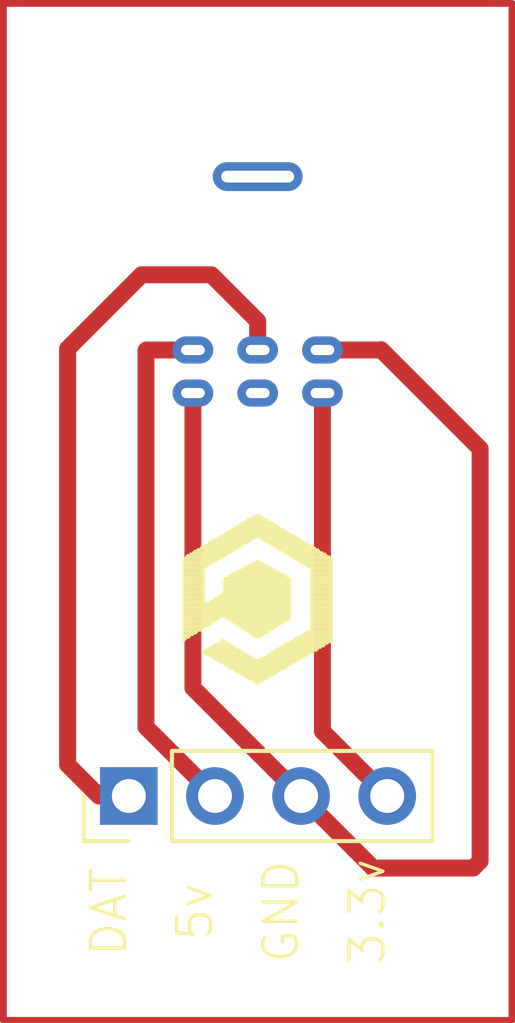
<source format=kicad_pcb>
(kicad_pcb (version 20240108) (generator "pcbnew") (generator_version "8.0")
  (layers (0 "F.Cu" signal) (31 "B.Cu" signal) (34 "B.Paste" user) (35 "F.Paste" user) (36 "B.SilkS" user "B.Silkscreen") (37 "F.SilkS" user "F.Silkscreen") (38 "B.Mask" user) (39 "F.Mask" user) (44 "Edge.Cuts" user))
  (net 0 "")
  (footprint "" (layer "F.Cu") (at 140.6886 74.98942 180)
    (property "Reference" "" (at 0 0 180) (layer "F.SilkS") (effects (font (size 1.27 1.27))))
    (property "Value" "")
    (pad "1" thru_hole oval (at 0 0 180) (size 1.2 0.8) (drill oval 0.7 0.3) (layers "*.Cu" "*.Mask"))
  )
  (footprint "" (layer "F.Cu") (at 136.8686 76.25942 180)
    (property "Reference" "" (at 0 0 180) (layer "F.SilkS") (effects (font (size 1.27 1.27))))
    (property "Value" "")
    (pad "1" thru_hole oval (at 0 0 180) (size 1.2 0.8) (drill oval 0.7 0.3) (layers "*.Cu" "*.Mask"))
  )
  (footprint "Connector_PinHeader_2.54mm:PinHeader_1x04_P2.54mm_Vertical" (layer "F.Cu") (at 134.9786 88.14662 90)
    (property "Reference" "REF**" (hide yes))
    (property "Value" "PinHeader_1x04_P2.54mm_Vertical" (hide yes))
    (fp_line (start -1.33 -1.33) (end 0 -1.33) (stroke (width 0.12)) (layer "F.SilkS"))
    (fp_line (start -1.33 0) (end -1.33 -1.33) (stroke (width 0.12)) (layer "F.SilkS"))
    (fp_line (start 1.33 1.27) (end 1.33 8.95) (stroke (width 0.12)) (layer "F.SilkS"))
    (fp_line (start -1.33 1.27) (end 1.33 1.27) (stroke (width 0.12)) (layer "F.SilkS"))
    (fp_line (start -1.33 1.27) (end -1.33 8.95) (stroke (width 0.12)) (layer "F.SilkS"))
    (fp_line (start -1.33 8.95) (end 1.33 8.95) (stroke (width 0.12)) (layer "F.SilkS"))
    (pad "1" thru_hole rect (at 0 0 90) (size 1.7 1.7) (drill 1) (layers "*.Cu" "*.Mask"))
    (pad "2" thru_hole oval (at 0 2.54 90) (size 1.7 1.7) (drill 1) (layers "*.Cu" "*.Mask"))
    (pad "3" thru_hole oval (at 0 5.08 90) (size 1.7 1.7) (drill 1) (layers "*.Cu" "*.Mask"))
    (pad "4" thru_hole oval (at 0 7.62 90) (size 1.7 1.7) (drill 1) (layers "*.Cu" "*.Mask"))
  )
  (footprint "" (layer "F.Cu") (at 138.7786 76.25942 180)
    (property "Reference" "" (at 0 0 180) (layer "F.SilkS") (effects (font (size 1.27 1.27))))
    (property "Value" "")
    (pad "1" thru_hole oval (at 0 0 180) (size 1.2 0.8) (drill oval 0.7 0.3) (layers "*.Cu" "*.Mask"))
  )
  (footprint "" (layer "F.Cu") (at 138.7786 69.87442 180)
    (property "Reference" "" (at 0 0 180) (layer "F.SilkS") (effects (font (size 1.27 1.27))))
    (property "Value" "")
    (pad "1" thru_hole oval (at 0 0 180) (size 2.65 0.85) (drill oval 2.15 0.35) (layers "*.Cu" "*.Mask"))
  )
  (footprint "" (layer "F.Cu") (at 138.7786 74.98942 180)
    (property "Reference" "" (at 0 0 180) (layer "F.SilkS") (effects (font (size 1.27 1.27))))
    (property "Value" "")
    (pad "1" thru_hole oval (at 0 0 180) (size 1.2 0.8) (drill oval 0.7 0.3) (layers "*.Cu" "*.Mask"))
  )
  (footprint "" (layer "F.Cu") (at 136.8686 74.98942 180)
    (property "Reference" "" (at 0 0 180) (layer "F.SilkS") (effects (font (size 1.27 1.27))))
    (property "Value" "")
    (pad "1" thru_hole oval (at 0 0 180) (size 1.2 0.8) (drill oval 0.7 0.3) (layers "*.Cu" "*.Mask"))
  )
  (footprint "" (layer "F.Cu") (at 140.6886 76.25942 180)
    (property "Reference" "" (at 0 0 180) (layer "F.SilkS") (effects (font (size 1.27 1.27))))
    (property "Value" "")
    (pad "1" thru_hole oval (at 0 0 180) (size 1.2 0.8) (drill oval 0.7 0.3) (layers "*.Cu" "*.Mask"))
  )
  (gr_rect (start 131.2786 64.76462) (end 146.2786 94.76462) (stroke (width 0.2)) (fill none) (layer "F.Cu"))
  (gr_poly (pts (xy 136.5561 82.78722) (xy 139.77428 82.78722) (xy 139.77428 82.82964) (xy 136.5561 82.82964)) (fill solid) (layer "F.SilkS"))
  (gr_poly (pts (xy 137.5721 83.59177) (xy 137.91246 83.59177) (xy 137.91246 83.63393) (xy 137.5721 83.63393)) (fill solid) (layer "F.SilkS"))
  (gr_poly (pts (xy 137.0641 80.79777) (xy 138.29346 80.79777) (xy 138.29346 80.83993) (xy 137.0641 80.83993)) (fill solid) (layer "F.SilkS"))
  (gr_poly (pts (xy 139.13928 83.88781) (xy 140.45246 83.88781) (xy 140.45246 83.93023) (xy 139.13928 83.93023)) (fill solid) (layer "F.SilkS"))
  (gr_poly (pts (xy 137.40446 80.58581) (xy 138.63128 80.58581) (xy 138.63128 80.62823) (xy 137.40446 80.62823)) (fill solid) (layer "F.SilkS"))
  (gr_poly (pts (xy 137.61528 84.18422) (xy 139.94446 84.18422) (xy 139.94446 84.22664) (xy 137.61528 84.22664)) (fill solid) (layer "F.SilkS"))
  (gr_poly (pts (xy 137.99628 80.24722) (xy 139.56346 80.24722) (xy 139.56346 80.28964) (xy 137.99628 80.28964)) (fill solid) (layer "F.SilkS"))
  (gr_poly (pts (xy 140.32546 82.23681) (xy 141.0011 82.23681) (xy 141.0011 82.27923) (xy 140.32546 82.27923)) (fill solid) (layer "F.SilkS"))
  (gr_poly (pts (xy 137.5721 80.50122) (xy 139.9851 80.50122) (xy 139.9851 80.54364) (xy 137.5721 80.54364)) (fill solid) (layer "F.SilkS"))
  (gr_poly (pts (xy 137.23428 83.80322) (xy 138.29346 83.80322) (xy 138.29346 83.84564) (xy 137.23428 83.84564)) (fill solid) (layer "F.SilkS"))
  (gr_poly (pts (xy 136.5561 82.95677) (xy 137.61528 82.95677) (xy 137.61528 82.99893) (xy 136.5561 82.99893)) (fill solid) (layer "F.SilkS"))
  (gr_poly (pts (xy 137.23428 83.97277) (xy 138.54746 83.97277) (xy 138.54746 84.01493) (xy 137.23428 84.01493)) (fill solid) (layer "F.SilkS"))
  (gr_poly (pts (xy 138.67446 84.77681) (xy 138.88528 84.77681) (xy 138.88528 84.81923) (xy 138.67446 84.81923)) (fill solid) (layer "F.SilkS"))
  (gr_poly (pts (xy 136.5561 81.13622) (xy 137.6991 81.13622) (xy 137.6991 81.17864) (xy 136.5561 81.17864)) (fill solid) (layer "F.SilkS"))
  (gr_poly (pts (xy 140.32546 82.82977) (xy 141.0011 82.82977) (xy 141.0011 82.87193) (xy 140.32546 82.87193)) (fill solid) (layer "F.SilkS"))
  (gr_poly (pts (xy 137.8261 84.31122) (xy 139.69046 84.31122) (xy 139.69046 84.35364) (xy 137.8261 84.35364)) (fill solid) (layer "F.SilkS"))
  (gr_poly (pts (xy 136.5561 82.44877) (xy 139.77428 82.44877) (xy 139.77428 82.49093) (xy 136.5561 82.49093)) (fill solid) (layer "F.SilkS"))
  (gr_poly (pts (xy 140.32546 81.72881) (xy 141.0011 81.72881) (xy 141.0011 81.77123) (xy 140.32546 81.77123)) (fill solid) (layer "F.SilkS"))
  (gr_poly (pts (xy 140.32546 81.98281) (xy 141.0011 81.98281) (xy 141.0011 82.02523) (xy 140.32546 82.02523)) (fill solid) (layer "F.SilkS"))
  (gr_poly (pts (xy 137.1911 83.93022) (xy 138.50428 83.93022) (xy 138.50428 83.97264) (xy 137.1911 83.97264)) (fill solid) (layer "F.SilkS"))
  (gr_poly (pts (xy 140.32546 81.43277) (xy 141.0011 81.43277) (xy 141.0011 81.47493) (xy 140.32546 81.47493)) (fill solid) (layer "F.SilkS"))
  (gr_poly (pts (xy 136.5561 82.36381) (xy 137.23428 82.36381) (xy 137.23428 82.40623) (xy 136.5561 82.40623)) (fill solid) (layer "F.SilkS"))
  (gr_poly (pts (xy 136.5561 81.22081) (xy 137.5721 81.22081) (xy 137.5721 81.26323) (xy 136.5561 81.26323)) (fill solid) (layer "F.SilkS"))
  (gr_poly (pts (xy 138.2071 80.12022) (xy 139.3501 80.12022) (xy 139.3501 80.16264) (xy 138.2071 80.16264)) (fill solid) (layer "F.SilkS"))
  (gr_poly (pts (xy 137.74228 81.98281) (xy 139.77428 81.98281) (xy 139.77428 82.02523) (xy 137.74228 82.02523)) (fill solid) (layer "F.SilkS"))
  (gr_poly (pts (xy 138.25028 81.43277) (xy 139.30946 81.43277) (xy 139.30946 81.47493) (xy 138.25028 81.47493)) (fill solid) (layer "F.SilkS"))
  (gr_poly (pts (xy 137.27746 82.40622) (xy 139.77428 82.40622) (xy 139.77428 82.44864) (xy 137.27746 82.44864)) (fill solid) (layer "F.SilkS"))
  (gr_poly (pts (xy 137.10728 80.75522) (xy 138.3341 80.75522) (xy 138.3341 80.79764) (xy 137.10728 80.79764)) (fill solid) (layer "F.SilkS"))
  (gr_poly (pts (xy 140.32546 81.85581) (xy 141.0011 81.85581) (xy 141.0011 81.89823) (xy 140.32546 81.89823)) (fill solid) (layer "F.SilkS"))
  (gr_poly (pts (xy 136.5561 81.17877) (xy 137.61528 81.17877) (xy 137.61528 81.22093) (xy 136.5561 81.22093)) (fill solid) (layer "F.SilkS"))
  (gr_poly (pts (xy 138.37728 83.25281) (xy 139.18246 83.25281) (xy 139.18246 83.29523) (xy 138.37728 83.29523)) (fill solid) (layer "F.SilkS"))
  (gr_poly (pts (xy 137.6991 80.41677) (xy 139.8581 80.41677) (xy 139.8581 80.45893) (xy 137.6991 80.45893)) (fill solid) (layer "F.SilkS"))
  (gr_poly (pts (xy 139.81746 83.50681) (xy 141.0011 83.50681) (xy 141.0011 83.54923) (xy 139.81746 83.54923)) (fill solid) (layer "F.SilkS"))
  (gr_poly (pts (xy 138.25028 80.07781) (xy 139.26628 80.07781) (xy 139.26628 80.12023) (xy 138.25028 80.12023)) (fill solid) (layer "F.SilkS"))
  (gr_poly (pts (xy 136.5561 82.06777) (xy 137.23428 82.06777) (xy 137.23428 82.10993) (xy 136.5561 82.10993)) (fill solid) (layer "F.SilkS"))
  (gr_poly (pts (xy 136.5561 81.60181) (xy 137.23428 81.60181) (xy 137.23428 81.64423) (xy 136.5561 81.64423)) (fill solid) (layer "F.SilkS"))
  (gr_poly (pts (xy 136.5561 81.98281) (xy 137.23428 81.98281) (xy 137.23428 82.02523) (xy 136.5561 82.02523)) (fill solid) (layer "F.SilkS"))
  (gr_poly (pts (xy 137.99628 82.99881) (xy 139.6041 82.99881) (xy 139.6041 83.04123) (xy 137.99628 83.04123)) (fill solid) (layer "F.SilkS"))
  (gr_poly (pts (xy 136.5561 81.39022) (xy 137.27746 81.39022) (xy 137.27746 81.43264) (xy 136.5561 81.43264)) (fill solid) (layer "F.SilkS"))
  (gr_poly (pts (xy 137.91246 82.95677) (xy 139.69046 82.95677) (xy 139.69046 82.99893) (xy 137.91246 82.99893)) (fill solid) (layer "F.SilkS"))
  (gr_poly (pts (xy 138.54746 81.26322) (xy 138.9691 81.26322) (xy 138.9691 81.30564) (xy 138.54746 81.30564)) (fill solid) (layer "F.SilkS"))
  (gr_poly (pts (xy 136.5561 83.33777) (xy 136.98028 83.33777) (xy 136.98028 83.37993) (xy 136.5561 83.37993)) (fill solid) (layer "F.SilkS"))
  (gr_poly (pts (xy 138.7151 81.17877) (xy 138.8421 81.17877) (xy 138.8421 81.22093) (xy 138.7151 81.22093)) (fill solid) (layer "F.SilkS"))
  (gr_poly (pts (xy 138.42046 79.99322) (xy 139.13928 79.99322) (xy 139.13928 80.03564) (xy 138.42046 80.03564)) (fill solid) (layer "F.SilkS"))
  (gr_poly (pts (xy 136.5561 82.57577) (xy 139.77428 82.57577) (xy 139.77428 82.61793) (xy 136.5561 82.61793)) (fill solid) (layer "F.SilkS"))
  (gr_poly (pts (xy 136.5561 82.66022) (xy 139.77428 82.66022) (xy 139.77428 82.70264) (xy 136.5561 82.70264)) (fill solid) (layer "F.SilkS"))
  (gr_poly (pts (xy 139.01228 83.97277) (xy 140.28228 83.97277) (xy 140.28228 84.01493) (xy 139.01228 84.01493)) (fill solid) (layer "F.SilkS"))
  (gr_poly (pts (xy 138.50428 83.33777) (xy 139.05546 83.33777) (xy 139.05546 83.37993) (xy 138.50428 83.37993)) (fill solid) (layer "F.SilkS"))
  (gr_poly (pts (xy 139.26628 83.80322) (xy 140.57946 83.80322) (xy 140.57946 83.84564) (xy 139.26628 83.84564)) (fill solid) (layer "F.SilkS"))
  (gr_poly (pts (xy 136.5561 83.54922) (xy 136.64246 83.54922) (xy 136.64246 83.59164) (xy 136.5561 83.59164)) (fill solid) (layer "F.SilkS"))
  (gr_poly (pts (xy 136.5561 81.26322) (xy 137.48828 81.26322) (xy 137.48828 81.30564) (xy 136.5561 81.30564)) (fill solid) (layer "F.SilkS"))
  (gr_poly (pts (xy 140.02828 81.26322) (xy 141.0011 81.26322) (xy 141.0011 81.30564) (xy 140.02828 81.30564)) (fill solid) (layer "F.SilkS"))
  (gr_poly (pts (xy 136.85328 80.92477) (xy 138.0801 80.92477) (xy 138.0801 80.96693) (xy 136.85328 80.96693)) (fill solid) (layer "F.SilkS"))
  (gr_poly (pts (xy 139.0961 80.71281) (xy 140.3661 80.71281) (xy 140.3661 80.75523) (xy 139.0961 80.75523)) (fill solid) (layer "F.SilkS"))
  (gr_poly (pts (xy 138.3341 80.03577) (xy 139.2231 80.03577) (xy 139.2231 80.07793) (xy 138.3341 80.07793)) (fill solid) (layer "F.SilkS"))
  (gr_poly (pts (xy 137.53146 84.14181) (xy 139.9851 84.14181) (xy 139.9851 84.18423) (xy 137.53146 84.18423)) (fill solid) (layer "F.SilkS"))
  (gr_poly (pts (xy 137.40446 84.05722) (xy 138.7151 84.05722) (xy 138.7151 84.09964) (xy 137.40446 84.09964)) (fill solid) (layer "F.SilkS"))
  (gr_poly (pts (xy 139.05546 80.67077) (xy 140.28228 80.67077) (xy 140.28228 80.71293) (xy 139.05546 80.71293)) (fill solid) (layer "F.SilkS"))
  (gr_poly (pts (xy 136.5561 81.47481) (xy 137.23428 81.47481) (xy 137.23428 81.51723) (xy 136.5561 81.51723)) (fill solid) (layer "F.SilkS"))
  (gr_poly (pts (xy 140.32546 81.68677) (xy 141.0011 81.68677) (xy 141.0011 81.72893) (xy 140.32546 81.72893)) (fill solid) (layer "F.SilkS"))
  (gr_poly (pts (xy 138.42046 84.64981) (xy 139.0961 84.64981) (xy 139.0961 84.69223) (xy 138.42046 84.69223)) (fill solid) (layer "F.SilkS"))
  (gr_poly (pts (xy 136.5561 81.09381) (xy 137.78546 81.09381) (xy 137.78546 81.13623) (xy 136.5561 81.13623)) (fill solid) (layer "F.SilkS"))
  (gr_poly (pts (xy 140.32546 82.87181) (xy 141.0011 82.87181) (xy 141.0011 82.91423) (xy 140.32546 82.91423)) (fill solid) (layer "F.SilkS"))
  (gr_poly (pts (xy 136.5561 83.12581) (xy 137.3181 83.12581) (xy 137.3181 83.16823) (xy 136.5561 83.16823)) (fill solid) (layer "F.SilkS"))
  (gr_poly (pts (xy 137.91246 80.28977) (xy 139.64728 80.28977) (xy 139.64728 80.33193) (xy 137.91246 80.33193)) (fill solid) (layer "F.SilkS"))
  (gr_poly (pts (xy 136.89646 80.88222) (xy 138.12328 80.88222) (xy 138.12328 80.92464) (xy 136.89646 80.92464)) (fill solid) (layer "F.SilkS"))
  (gr_poly (pts (xy 137.6991 82.15222) (xy 139.77428 82.15222) (xy 139.77428 82.19464) (xy 137.6991 82.19464)) (fill solid) (layer "F.SilkS"))
  (gr_poly (pts (xy 138.5881 84.73477) (xy 138.9691 84.73477) (xy 138.9691 84.77693) (xy 138.5881 84.77693)) (fill solid) (layer "F.SilkS"))
  (gr_poly (pts (xy 137.74228 81.94077) (xy 139.77428 81.94077) (xy 139.77428 81.98293) (xy 137.74228 81.98293)) (fill solid) (layer "F.SilkS"))
  (gr_poly (pts (xy 140.1121 83.33777) (xy 141.0011 83.33777) (xy 141.0011 83.37993) (xy 140.1121 83.37993)) (fill solid) (layer "F.SilkS"))
  (gr_poly (pts (xy 136.5561 82.87181) (xy 137.74228 82.87181) (xy 137.74228 82.91423) (xy 136.5561 82.91423)) (fill solid) (layer "F.SilkS"))
  (gr_poly (pts (xy 138.63128 83.42222) (xy 138.92846 83.42222) (xy 138.92846 83.46464) (xy 138.63128 83.46464)) (fill solid) (layer "F.SilkS"))
  (gr_poly (pts (xy 136.5561 82.02522) (xy 137.23428 82.02522) (xy 137.23428 82.06764) (xy 136.5561 82.06764)) (fill solid) (layer "F.SilkS"))
  (gr_poly (pts (xy 140.32546 82.32177) (xy 141.0011 82.32177) (xy 141.0011 82.36393) (xy 140.32546 82.36393)) (fill solid) (layer "F.SilkS"))
  (gr_poly (pts (xy 136.5561 83.04122) (xy 137.4451 83.04122) (xy 137.4451 83.08364) (xy 136.5561 83.08364)) (fill solid) (layer "F.SilkS"))
  (gr_poly (pts (xy 140.32546 82.40622) (xy 141.0011 82.40622) (xy 141.0011 82.44864) (xy 140.32546 82.44864)) (fill solid) (layer "F.SilkS"))
  (gr_poly (pts (xy 138.50428 84.69222) (xy 139.05546 84.69222) (xy 139.05546 84.73464) (xy 138.50428 84.73464)) (fill solid) (layer "F.SilkS"))
  (gr_poly (pts (xy 137.48828 83.63381) (xy 137.99628 83.63381) (xy 137.99628 83.67623) (xy 137.48828 83.67623)) (fill solid) (layer "F.SilkS"))
  (gr_poly (pts (xy 136.5561 82.99881) (xy 137.53146 82.99881) (xy 137.53146 83.04123) (xy 136.5561 83.04123)) (fill solid) (layer "F.SilkS"))
  (gr_poly (pts (xy 138.88528 80.58581) (xy 140.1121 80.58581) (xy 140.1121 80.62823) (xy 138.88528 80.62823)) (fill solid) (layer "F.SilkS"))
  (gr_poly (pts (xy 137.61528 80.45881) (xy 139.94446 80.45881) (xy 139.94446 80.50123) (xy 137.61528 80.50123)) (fill solid) (layer "F.SilkS"))
  (gr_poly (pts (xy 137.8261 82.91422) (xy 139.7311 82.91422) (xy 139.7311 82.95664) (xy 137.8261 82.95664)) (fill solid) (layer "F.SilkS"))
  (gr_poly (pts (xy 139.8581 83.46477) (xy 141.0011 83.46477) (xy 141.0011 83.50693) (xy 139.8581 83.50693)) (fill solid) (layer "F.SilkS"))
  (gr_poly (pts (xy 139.6041 81.00922) (xy 140.83346 81.00922) (xy 140.83346 81.05164) (xy 139.6041 81.05164)) (fill solid) (layer "F.SilkS"))
  (gr_poly (pts (xy 137.74228 81.77122) (xy 139.77428 81.77122) (xy 139.77428 81.81364) (xy 137.74228 81.81364)) (fill solid) (layer "F.SilkS"))
  (gr_poly (pts (xy 137.48828 84.09977) (xy 140.07146 84.09977) (xy 140.07146 84.14193) (xy 137.48828 84.14193)) (fill solid) (layer "F.SilkS"))
  (gr_poly (pts (xy 136.5561 81.55977) (xy 137.23428 81.55977) (xy 137.23428 81.60193) (xy 136.5561 81.60193)) (fill solid) (layer "F.SilkS"))
  (gr_poly (pts (xy 137.4451 82.32177) (xy 139.77428 82.32177) (xy 139.77428 82.36393) (xy 137.4451 82.36393)) (fill solid) (layer "F.SilkS"))
  (gr_poly (pts (xy 137.74228 81.72881) (xy 139.77428 81.72881) (xy 139.77428 81.77123) (xy 137.74228 81.77123)) (fill solid) (layer "F.SilkS"))
  (gr_poly (pts (xy 140.32546 82.02522) (xy 141.0011 82.02522) (xy 141.0011 82.06764) (xy 140.32546 82.06764)) (fill solid) (layer "F.SilkS"))
  (gr_poly (pts (xy 137.74228 81.89822) (xy 139.77428 81.89822) (xy 139.77428 81.94064) (xy 137.74228 81.94064)) (fill solid) (layer "F.SilkS"))
  (gr_poly (pts (xy 140.32546 82.10981) (xy 141.0011 82.10981) (xy 141.0011 82.15223) (xy 140.32546 82.15223)) (fill solid) (layer "F.SilkS"))
  (gr_poly (pts (xy 138.29346 84.56522) (xy 139.26628 84.56522) (xy 139.26628 84.60764) (xy 138.29346 84.60764)) (fill solid) (layer "F.SilkS"))
  (gr_poly (pts (xy 136.5561 82.74481) (xy 139.77428 82.74481) (xy 139.77428 82.78723) (xy 136.5561 82.78723)) (fill solid) (layer "F.SilkS"))
  (gr_poly (pts (xy 139.64728 83.59177) (xy 140.96046 83.59177) (xy 140.96046 83.63393) (xy 139.64728 83.63393)) (fill solid) (layer "F.SilkS"))
  (gr_poly (pts (xy 137.15046 83.84577) (xy 138.3341 83.84577) (xy 138.3341 83.88793) (xy 137.15046 83.88793)) (fill solid) (layer "F.SilkS"))
  (gr_poly (pts (xy 138.29346 83.21077) (xy 139.26628 83.21077) (xy 139.26628 83.25293) (xy 138.29346 83.25293)) (fill solid) (layer "F.SilkS"))
  (gr_poly (pts (xy 140.32546 82.44877) (xy 141.0011 82.44877) (xy 141.0011 82.49093) (xy 140.32546 82.49093)) (fill solid) (layer "F.SilkS"))
  (gr_poly (pts (xy 139.3501 83.76081) (xy 140.66328 83.76081) (xy 140.66328 83.80323) (xy 139.3501 83.80323)) (fill solid) (layer "F.SilkS"))
  (gr_poly (pts (xy 140.32546 83.12581) (xy 141.0011 83.12581) (xy 141.0011 83.16823) (xy 140.32546 83.16823)) (fill solid) (layer "F.SilkS"))
  (gr_poly (pts (xy 138.54746 79.90877) (xy 138.9691 79.90877) (xy 138.9691 79.95093) (xy 138.54746 79.95093)) (fill solid) (layer "F.SilkS"))
  (gr_poly (pts (xy 137.48828 82.27922) (xy 139.77428 82.27922) (xy 139.77428 82.32164) (xy 137.48828 82.32164)) (fill solid) (layer "F.SilkS"))
  (gr_poly (pts (xy 139.3501 80.83981) (xy 140.57946 80.83981) (xy 140.57946 80.88223) (xy 139.3501 80.88223)) (fill solid) (layer "F.SilkS"))
  (gr_poly (pts (xy 138.0801 81.51722) (xy 139.43646 81.51722) (xy 139.43646 81.55964) (xy 138.0801 81.55964)) (fill solid) (layer "F.SilkS"))
  (gr_poly (pts (xy 136.5561 81.85581) (xy 137.23428 81.85581) (xy 137.23428 81.89823) (xy 136.5561 81.89823)) (fill solid) (layer "F.SilkS"))
  (gr_poly (pts (xy 137.10728 83.88781) (xy 138.42046 83.88781) (xy 138.42046 83.93023) (xy 137.10728 83.93023)) (fill solid) (layer "F.SilkS"))
  (gr_poly (pts (xy 137.78546 80.37422) (xy 139.77428 80.37422) (xy 139.77428 80.41664) (xy 137.78546 80.41664)) (fill solid) (layer "F.SilkS"))
  (gr_poly (pts (xy 138.2071 84.52281) (xy 139.3501 84.52281) (xy 139.3501 84.56523) (xy 138.2071 84.56523)) (fill solid) (layer "F.SilkS"))
  (gr_poly (pts (xy 140.1121 81.30577) (xy 141.0011 81.30577) (xy 141.0011 81.34793) (xy 140.1121 81.34793)) (fill solid) (layer "F.SilkS"))
  (gr_poly (pts (xy 136.5561 81.68677) (xy 137.23428 81.68677) (xy 137.23428 81.72893) (xy 136.5561 81.72893)) (fill solid) (layer "F.SilkS"))
  (gr_poly (pts (xy 138.03946 80.20481) (xy 139.4771 80.20481) (xy 139.4771 80.24723) (xy 138.03946 80.24723)) (fill solid) (layer "F.SilkS"))
  (gr_poly (pts (xy 136.5561 82.70277) (xy 139.77428 82.70277) (xy 139.77428 82.74493) (xy 136.5561 82.74493)) (fill solid) (layer "F.SilkS"))
  (gr_poly (pts (xy 138.12328 83.08377) (xy 139.4771 83.08377) (xy 139.4771 83.12593) (xy 138.12328 83.12593)) (fill solid) (layer "F.SilkS"))
  (gr_poly (pts (xy 136.5561 82.91422) (xy 137.65846 82.91422) (xy 137.65846 82.95664) (xy 136.5561 82.95664)) (fill solid) (layer "F.SilkS"))
  (gr_poly (pts (xy 136.5561 82.32177) (xy 137.23428 82.32177) (xy 137.23428 82.36393) (xy 136.5561 82.36393)) (fill solid) (layer "F.SilkS"))
  (gr_poly (pts (xy 139.69046 81.05177) (xy 140.91728 81.05177) (xy 140.91728 81.09393) (xy 139.69046 81.09393)) (fill solid) (layer "F.SilkS"))
  (gr_poly (pts (xy 136.5561 83.46477) (xy 136.76946 83.46477) (xy 136.76946 83.50693) (xy 136.5561 83.50693)) (fill solid) (layer "F.SilkS"))
  (gr_poly (pts (xy 138.4611 79.95081) (xy 139.05546 79.95081) (xy 139.05546 79.99323) (xy 138.4611 79.99323)) (fill solid) (layer "F.SilkS"))
  (gr_poly (pts (xy 139.81746 81.13622) (xy 141.0011 81.13622) (xy 141.0011 81.17864) (xy 139.81746 81.17864)) (fill solid) (layer "F.SilkS"))
  (gr_poly (pts (xy 138.03946 83.04122) (xy 139.52028 83.04122) (xy 139.52028 83.08364) (xy 138.03946 83.08364)) (fill solid) (layer "F.SilkS"))
  (gr_poly (pts (xy 138.9691 80.62822) (xy 140.19846 80.62822) (xy 140.19846 80.67064) (xy 138.9691 80.67064)) (fill solid) (layer "F.SilkS"))
  (gr_poly (pts (xy 140.32546 83.21077) (xy 141.0011 83.21077) (xy 141.0011 83.25293) (xy 140.32546 83.25293)) (fill solid) (layer "F.SilkS"))
  (gr_poly (pts (xy 139.52028 83.67622) (xy 140.79028 83.67622) (xy 140.79028 83.71864) (xy 139.52028 83.71864)) (fill solid) (layer "F.SilkS"))
  (gr_poly (pts (xy 140.32546 82.78722) (xy 141.0011 82.78722) (xy 141.0011 82.82964) (xy 140.32546 82.82964)) (fill solid) (layer "F.SilkS"))
  (gr_poly (pts (xy 136.5561 81.94077) (xy 137.23428 81.94077) (xy 137.23428 81.98293) (xy 136.5561 81.98293)) (fill solid) (layer "F.SilkS"))
  (gr_poly (pts (xy 140.02828 83.37981) (xy 141.0011 83.37981) (xy 141.0011 83.42223) (xy 140.02828 83.42223)) (fill solid) (layer "F.SilkS"))
  (gr_poly (pts (xy 136.5561 81.72881) (xy 137.23428 81.72881) (xy 137.23428 81.77123) (xy 136.5561 81.77123)) (fill solid) (layer "F.SilkS"))
  (gr_poly (pts (xy 139.56346 83.63381) (xy 140.8741 83.63381) (xy 140.8741 83.67623) (xy 139.56346 83.67623)) (fill solid) (layer "F.SilkS"))
  (gr_poly (pts (xy 139.77428 81.09381) (xy 141.0011 81.09381) (xy 141.0011 81.13623) (xy 139.77428 81.13623)) (fill solid) (layer "F.SilkS"))
  (gr_poly (pts (xy 139.90128 81.17877) (xy 141.0011 81.17877) (xy 141.0011 81.22093) (xy 139.90128 81.22093)) (fill solid) (layer "F.SilkS"))
  (gr_poly (pts (xy 138.37728 81.34781) (xy 139.13928 81.34781) (xy 139.13928 81.39023) (xy 138.37728 81.39023)) (fill solid) (layer "F.SilkS"))
  (gr_poly (pts (xy 140.32546 83.16822) (xy 141.0011 83.16822) (xy 141.0011 83.21064) (xy 140.32546 83.21064)) (fill solid) (layer "F.SilkS"))
  (gr_poly (pts (xy 137.3181 80.62822) (xy 138.5881 80.62822) (xy 138.5881 80.67064) (xy 137.3181 80.67064)) (fill solid) (layer "F.SilkS"))
  (gr_poly (pts (xy 137.27746 83.76081) (xy 138.2071 83.76081) (xy 138.2071 83.80323) (xy 137.27746 83.80323)) (fill solid) (layer "F.SilkS"))
  (gr_poly (pts (xy 140.32546 81.51722) (xy 141.0011 81.51722) (xy 141.0011 81.55964) (xy 140.32546 81.55964)) (fill solid) (layer "F.SilkS"))
  (gr_poly (pts (xy 137.91246 81.60181) (xy 139.6041 81.60181) (xy 139.6041 81.64423) (xy 137.91246 81.64423)) (fill solid) (layer "F.SilkS"))
  (gr_poly (pts (xy 139.39328 80.88222) (xy 140.6201 80.88222) (xy 140.6201 80.92464) (xy 139.39328 80.92464)) (fill solid) (layer "F.SilkS"))
  (gr_poly (pts (xy 138.5881 83.37981) (xy 138.9691 83.37981) (xy 138.9691 83.42223) (xy 138.5881 83.42223)) (fill solid) (layer "F.SilkS"))
  (gr_poly (pts (xy 136.5561 83.25281) (xy 137.10728 83.25281) (xy 137.10728 83.29523) (xy 136.5561 83.29523)) (fill solid) (layer "F.SilkS"))
  (gr_poly (pts (xy 140.32546 82.66022) (xy 141.0011 82.66022) (xy 141.0011 82.70264) (xy 140.32546 82.70264)) (fill solid) (layer "F.SilkS"))
  (gr_poly (pts (xy 140.32546 81.89822) (xy 141.0011 81.89822) (xy 141.0011 81.94064) (xy 140.32546 81.94064)) (fill solid) (layer "F.SilkS"))
  (gr_poly (pts (xy 136.5561 82.53322) (xy 139.77428 82.53322) (xy 139.77428 82.57564) (xy 136.5561 82.57564)) (fill solid) (layer "F.SilkS"))
  (gr_poly (pts (xy 139.9851 81.22081) (xy 141.0011 81.22081) (xy 141.0011 81.26323) (xy 139.9851 81.26323)) (fill solid) (layer "F.SilkS"))
  (gr_poly (pts (xy 136.5561 83.50681) (xy 136.6831 83.50681) (xy 136.6831 83.54923) (xy 136.5561 83.54923)) (fill solid) (layer "F.SilkS"))
  (gr_poly (pts (xy 136.5561 81.89822) (xy 137.23428 81.89822) (xy 137.23428 81.94064) (xy 136.5561 81.94064)) (fill solid) (layer "F.SilkS"))
  (gr_poly (pts (xy 138.16646 81.47481) (xy 139.3501 81.47481) (xy 139.3501 81.51723) (xy 138.16646 81.51723)) (fill solid) (layer "F.SilkS"))
  (gr_poly (pts (xy 140.15528 83.29522) (xy 141.0011 83.29522) (xy 141.0011 83.33764) (xy 140.15528 83.33764)) (fill solid) (layer "F.SilkS"))
  (gr_poly (pts (xy 137.6991 84.22677) (xy 139.8581 84.22677) (xy 139.8581 84.26893) (xy 137.6991 84.26893)) (fill solid) (layer "F.SilkS"))
  (gr_poly (pts (xy 137.1911 80.71281) (xy 138.42046 80.71281) (xy 138.42046 80.75523) (xy 137.1911 80.75523)) (fill solid) (layer "F.SilkS"))
  (gr_poly (pts (xy 137.27746 80.67077) (xy 138.50428 80.67077) (xy 138.50428 80.71293) (xy 137.27746 80.71293)) (fill solid) (layer "F.SilkS"))
  (gr_poly (pts (xy 136.5561 82.40622) (xy 137.23428 82.40622) (xy 137.23428 82.44864) (xy 136.5561 82.44864)) (fill solid) (layer "F.SilkS"))
  (gr_poly (pts (xy 136.5561 83.08377) (xy 137.40446 83.08377) (xy 137.40446 83.12593) (xy 136.5561 83.12593)) (fill solid) (layer "F.SilkS"))
  (gr_poly (pts (xy 138.8421 80.54377) (xy 140.07146 80.54377) (xy 140.07146 80.58593) (xy 138.8421 80.58593)) (fill solid) (layer "F.SilkS"))
  (gr_poly (pts (xy 137.36128 82.36381) (xy 139.77428 82.36381) (xy 139.77428 82.40623) (xy 137.36128 82.40623)) (fill solid) (layer "F.SilkS"))
  (gr_poly (pts (xy 138.92846 84.01481) (xy 140.2391 84.01481) (xy 140.2391 84.05723) (xy 138.92846 84.05723)) (fill solid) (layer "F.SilkS"))
  (gr_poly (pts (xy 138.63128 79.86622) (xy 138.92846 79.86622) (xy 138.92846 79.90864) (xy 138.63128 79.90864)) (fill solid) (layer "F.SilkS"))
  (gr_poly (pts (xy 137.86928 81.64422) (xy 139.64728 81.64422) (xy 139.64728 81.68664) (xy 137.86928 81.68664)) (fill solid) (layer "F.SilkS"))
  (gr_poly (pts (xy 140.32546 82.06777) (xy 141.0011 82.06777) (xy 141.0011 82.10993) (xy 140.32546 82.10993)) (fill solid) (layer "F.SilkS"))
  (gr_poly (pts (xy 140.32546 82.61781) (xy 141.0011 82.61781) (xy 141.0011 82.66023) (xy 140.32546 82.66023)) (fill solid) (layer "F.SilkS"))
  (gr_poly (pts (xy 139.2231 83.84577) (xy 140.53628 83.84577) (xy 140.53628 83.88793) (xy 139.2231 83.88793)) (fill solid) (layer "F.SilkS"))
  (gr_poly (pts (xy 136.5561 82.23681) (xy 137.23428 82.23681) (xy 137.23428 82.27923) (xy 136.5561 82.27923)) (fill solid) (layer "F.SilkS"))
  (gr_poly (pts (xy 136.5561 81.81377) (xy 137.23428 81.81377) (xy 137.23428 81.85593) (xy 136.5561 81.85593)) (fill solid) (layer "F.SilkS"))
  (gr_poly (pts (xy 136.5561 83.21077) (xy 137.1911 83.21077) (xy 137.1911 83.25293) (xy 136.5561 83.25293)) (fill solid) (layer "F.SilkS"))
  (gr_poly (pts (xy 140.32546 81.60181) (xy 141.0011 81.60181) (xy 141.0011 81.64423) (xy 140.32546 81.64423)) (fill solid) (layer "F.SilkS"))
  (gr_poly (pts (xy 137.5721 82.23681) (xy 139.77428 82.23681) (xy 139.77428 82.27923) (xy 137.5721 82.27923)) (fill solid) (layer "F.SilkS"))
  (gr_poly (pts (xy 140.32546 82.57577) (xy 141.0011 82.57577) (xy 141.0011 82.61793) (xy 140.32546 82.61793)) (fill solid) (layer "F.SilkS"))
  (gr_poly (pts (xy 136.5561 82.19477) (xy 137.23428 82.19477) (xy 137.23428 82.23693) (xy 136.5561 82.23693)) (fill solid) (layer "F.SilkS"))
  (gr_poly (pts (xy 139.05546 83.93022) (xy 140.3661 83.93022) (xy 140.3661 83.97264) (xy 139.05546 83.97264)) (fill solid) (layer "F.SilkS"))
  (gr_poly (pts (xy 136.5561 81.51722) (xy 137.23428 81.51722) (xy 137.23428 81.55964) (xy 136.5561 81.55964)) (fill solid) (layer "F.SilkS"))
  (gr_poly (pts (xy 137.99628 81.55977) (xy 139.52028 81.55977) (xy 139.52028 81.60193) (xy 137.99628 81.60193)) (fill solid) (layer "F.SilkS"))
  (gr_poly (pts (xy 136.5561 83.37981) (xy 136.89646 83.37981) (xy 136.89646 83.42223) (xy 136.5561 83.42223)) (fill solid) (layer "F.SilkS"))
  (gr_poly (pts (xy 138.7151 83.46477) (xy 138.8421 83.46477) (xy 138.8421 83.50693) (xy 138.7151 83.50693)) (fill solid) (layer "F.SilkS"))
  (gr_poly (pts (xy 138.3341 81.39022) (xy 139.2231 81.39022) (xy 139.2231 81.43264) (xy 138.3341 81.43264)) (fill solid) (layer "F.SilkS"))
  (gr_poly (pts (xy 137.4451 83.67622) (xy 138.0801 83.67622) (xy 138.0801 83.71864) (xy 137.4451 83.71864)) (fill solid) (layer "F.SilkS"))
  (gr_poly (pts (xy 137.78546 81.68677) (xy 139.7311 81.68677) (xy 139.7311 81.72893) (xy 137.78546 81.72893)) (fill solid) (layer "F.SilkS"))
  (gr_poly (pts (xy 139.4771 80.92477) (xy 140.70646 80.92477) (xy 140.70646 80.96693) (xy 139.4771 80.96693)) (fill solid) (layer "F.SilkS"))
  (gr_poly (pts (xy 136.76946 80.96681) (xy 137.99628 80.96681) (xy 137.99628 81.00923) (xy 136.76946 81.00923)) (fill solid) (layer "F.SilkS"))
  (gr_poly (pts (xy 140.32546 81.47481) (xy 141.0011 81.47481) (xy 141.0011 81.51723) (xy 140.32546 81.51723)) (fill solid) (layer "F.SilkS"))
  (gr_poly (pts (xy 140.32546 82.99881) (xy 141.0011 82.99881) (xy 141.0011 83.04123) (xy 140.32546 83.04123)) (fill solid) (layer "F.SilkS"))
  (gr_poly (pts (xy 136.5561 82.10981) (xy 137.23428 82.10981) (xy 137.23428 82.15223) (xy 136.5561 82.15223)) (fill solid) (layer "F.SilkS"))
  (gr_poly (pts (xy 137.3181 84.01481) (xy 138.63128 84.01481) (xy 138.63128 84.05723) (xy 137.3181 84.05723)) (fill solid) (layer "F.SilkS"))
  (gr_poly (pts (xy 140.32546 82.53322) (xy 141.0011 82.53322) (xy 141.0011 82.57564) (xy 140.32546 82.57564)) (fill solid) (layer "F.SilkS"))
  (gr_poly (pts (xy 136.64246 81.05177) (xy 137.86928 81.05177) (xy 137.86928 81.09393) (xy 136.64246 81.09393)) (fill solid) (layer "F.SilkS"))
  (gr_poly (pts (xy 136.5561 82.15222) (xy 137.23428 82.15222) (xy 137.23428 82.19464) (xy 136.5561 82.19464)) (fill solid) (layer "F.SilkS"))
  (gr_poly (pts (xy 138.8421 84.05722) (xy 140.15528 84.05722) (xy 140.15528 84.09964) (xy 138.8421 84.09964)) (fill solid) (layer "F.SilkS"))
  (gr_poly (pts (xy 139.7311 83.54922) (xy 141.0011 83.54922) (xy 141.0011 83.59164) (xy 139.7311 83.59164)) (fill solid) (layer "F.SilkS"))
  (gr_poly (pts (xy 138.4611 81.30577) (xy 139.05546 81.30577) (xy 139.05546 81.34793) (xy 138.4611 81.34793)) (fill solid) (layer "F.SilkS"))
  (gr_poly (pts (xy 140.32546 83.04122) (xy 141.0011 83.04122) (xy 141.0011 83.08364) (xy 140.32546 83.08364)) (fill solid) (layer "F.SilkS"))
  (gr_poly (pts (xy 140.19846 81.34781) (xy 141.0011 81.34781) (xy 141.0011 81.39023) (xy 140.19846 81.39023)) (fill solid) (layer "F.SilkS"))
  (gr_poly (pts (xy 139.26628 80.79777) (xy 140.4931 80.79777) (xy 140.4931 80.83993) (xy 139.26628 80.83993)) (fill solid) (layer "F.SilkS"))
  (gr_poly (pts (xy 140.32546 82.91422) (xy 141.0011 82.91422) (xy 141.0011 82.95664) (xy 140.32546 82.95664)) (fill solid) (layer "F.SilkS"))
  (gr_poly (pts (xy 137.61528 82.19477) (xy 139.77428 82.19477) (xy 139.77428 82.23693) (xy 137.61528 82.23693)) (fill solid) (layer "F.SilkS"))
  (gr_poly (pts (xy 140.32546 81.64422) (xy 141.0011 81.64422) (xy 141.0011 81.68664) (xy 140.32546 81.68664)) (fill solid) (layer "F.SilkS"))
  (gr_poly (pts (xy 136.5561 81.43277) (xy 137.23428 81.43277) (xy 137.23428 81.47493) (xy 136.5561 81.47493)) (fill solid) (layer "F.SilkS"))
  (gr_poly (pts (xy 137.99628 84.39581) (xy 139.56346 84.39581) (xy 139.56346 84.43823) (xy 137.99628 84.43823)) (fill solid) (layer "F.SilkS"))
  (gr_poly (pts (xy 140.32546 82.95677) (xy 141.0011 82.95677) (xy 141.0011 82.99893) (xy 140.32546 82.99893)) (fill solid) (layer "F.SilkS"))
  (gr_poly (pts (xy 138.7151 79.82381) (xy 138.8421 79.82381) (xy 138.8421 79.86623) (xy 138.7151 79.86623)) (fill solid) (layer "F.SilkS"))
  (gr_poly (pts (xy 139.56346 80.96681) (xy 140.79028 80.96681) (xy 140.79028 81.00923) (xy 139.56346 81.00923)) (fill solid) (layer "F.SilkS"))
  (gr_poly (pts (xy 138.7151 84.81922) (xy 138.80146 84.81922) (xy 138.80146 84.86164) (xy 138.7151 84.86164)) (fill solid) (layer "F.SilkS"))
  (gr_poly (pts (xy 140.32546 81.55977) (xy 141.0011 81.55977) (xy 141.0011 81.60193) (xy 140.32546 81.60193)) (fill solid) (layer "F.SilkS"))
  (gr_poly (pts (xy 138.4611 83.29522) (xy 139.13928 83.29522) (xy 139.13928 83.33764) (xy 138.4611 83.33764)) (fill solid) (layer "F.SilkS"))
  (gr_poly (pts (xy 136.5561 81.30577) (xy 137.40446 81.30577) (xy 137.40446 81.34793) (xy 136.5561 81.34793)) (fill solid) (layer "F.SilkS"))
  (gr_poly (pts (xy 137.74228 82.06777) (xy 139.77428 82.06777) (xy 139.77428 82.10993) (xy 137.74228 82.10993)) (fill solid) (layer "F.SilkS"))
  (gr_poly (pts (xy 138.25028 83.16822) (xy 139.30946 83.16822) (xy 139.30946 83.21064) (xy 138.25028 83.21064)) (fill solid) (layer "F.SilkS"))
  (gr_poly (pts (xy 140.32546 82.70277) (xy 141.0011 82.70277) (xy 141.0011 82.74493) (xy 140.32546 82.74493)) (fill solid) (layer "F.SilkS"))
  (gr_poly (pts (xy 137.65846 83.54922) (xy 137.86928 83.54922) (xy 137.86928 83.59164) (xy 137.65846 83.59164)) (fill solid) (layer "F.SilkS"))
  (gr_poly (pts (xy 140.32546 81.94077) (xy 141.0011 81.94077) (xy 141.0011 81.98293) (xy 140.32546 81.98293)) (fill solid) (layer "F.SilkS"))
  (gr_poly (pts (xy 140.32546 82.36381) (xy 141.0011 82.36381) (xy 141.0011 82.40623) (xy 140.32546 82.40623)) (fill solid) (layer "F.SilkS"))
  (gr_poly (pts (xy 137.74228 82.02522) (xy 139.77428 82.02522) (xy 139.77428 82.06764) (xy 137.74228 82.06764)) (fill solid) (layer "F.SilkS"))
  (gr_poly (pts (xy 137.74228 81.81377) (xy 139.77428 81.81377) (xy 139.77428 81.85593) (xy 137.74228 81.85593)) (fill solid) (layer "F.SilkS"))
  (gr_poly (pts (xy 137.74228 81.85581) (xy 139.77428 81.85581) (xy 139.77428 81.89823) (xy 137.74228 81.89823)) (fill solid) (layer "F.SilkS"))
  (gr_poly (pts (xy 139.94446 83.42222) (xy 141.0011 83.42222) (xy 141.0011 83.46464) (xy 139.94446 83.46464)) (fill solid) (layer "F.SilkS"))
  (gr_poly (pts (xy 140.32546 81.77122) (xy 141.0011 81.77122) (xy 141.0011 81.81364) (xy 140.32546 81.81364)) (fill solid) (layer "F.SilkS"))
  (gr_poly (pts (xy 138.63128 81.22081) (xy 138.92846 81.22081) (xy 138.92846 81.26323) (xy 138.63128 81.26323)) (fill solid) (layer "F.SilkS"))
  (gr_poly (pts (xy 140.2391 83.25281) (xy 141.0011 83.25281) (xy 141.0011 83.29523) (xy 140.2391 83.29523)) (fill solid) (layer "F.SilkS"))
  (gr_poly (pts (xy 138.12328 80.16277) (xy 139.43646 80.16277) (xy 139.43646 80.20493) (xy 138.12328 80.20493)) (fill solid) (layer "F.SilkS"))
  (gr_poly (pts (xy 136.5561 82.82977) (xy 139.77428 82.82977) (xy 139.77428 82.87193) (xy 136.5561 82.87193)) (fill solid) (layer "F.SilkS"))
  (gr_poly (pts (xy 137.78546 84.26881) (xy 139.77428 84.26881) (xy 139.77428 84.31123) (xy 137.78546 84.31123)) (fill solid) (layer "F.SilkS"))
  (gr_poly (pts (xy 139.43646 83.71877) (xy 140.7471 83.71877) (xy 140.7471 83.76093) (xy 139.43646 83.76093)) (fill solid) (layer "F.SilkS"))
  (gr_poly (pts (xy 137.36128 83.71877) (xy 138.12328 83.71877) (xy 138.12328 83.76093) (xy 137.36128 83.76093)) (fill solid) (layer "F.SilkS"))
  (gr_poly (pts (xy 140.2391 81.39022) (xy 141.0011 81.39022) (xy 141.0011 81.43264) (xy 140.2391 81.43264)) (fill solid) (layer "F.SilkS"))
  (gr_poly (pts (xy 137.48828 80.54377) (xy 138.7151 80.54377) (xy 138.7151 80.58593) (xy 137.48828 80.58593)) (fill solid) (layer "F.SilkS"))
  (gr_poly (pts (xy 136.5561 83.29522) (xy 137.02346 83.29522) (xy 137.02346 83.33764) (xy 136.5561 83.33764)) (fill solid) (layer "F.SilkS"))
  (gr_poly (pts (xy 136.5561 82.61781) (xy 139.77428 82.61781) (xy 139.77428 82.66023) (xy 136.5561 82.66023)) (fill solid) (layer "F.SilkS"))
  (gr_poly (pts (xy 137.91246 84.35377) (xy 139.64728 84.35377) (xy 139.64728 84.39593) (xy 137.91246 84.39593)) (fill solid) (layer "F.SilkS"))
  (gr_poly (pts (xy 136.5561 82.27922) (xy 137.23428 82.27922) (xy 137.23428 82.32164) (xy 136.5561 82.32164)) (fill solid) (layer "F.SilkS"))
  (gr_poly (pts (xy 140.32546 81.81377) (xy 141.0011 81.81377) (xy 141.0011 81.85593) (xy 140.32546 81.85593)) (fill solid) (layer "F.SilkS"))
  (gr_poly (pts (xy 140.32546 82.74481) (xy 141.0011 82.74481) (xy 141.0011 82.78723) (xy 140.32546 82.78723)) (fill solid) (layer "F.SilkS"))
  (gr_poly (pts (xy 140.32546 82.27922) (xy 141.0011 82.27922) (xy 141.0011 82.32164) (xy 140.32546 82.32164)) (fill solid) (layer "F.SilkS"))
  (gr_poly (pts (xy 138.12328 84.48077) (xy 139.39328 84.48077) (xy 139.39328 84.52293) (xy 138.12328 84.52293)) (fill solid) (layer "F.SilkS"))
  (gr_poly (pts (xy 137.74228 82.10981) (xy 139.77428 82.10981) (xy 139.77428 82.15223) (xy 137.74228 82.15223)) (fill solid) (layer "F.SilkS"))
  (gr_poly (pts (xy 138.0801 84.43822) (xy 139.4771 84.43822) (xy 139.4771 84.48064) (xy 138.0801 84.48064)) (fill solid) (layer "F.SilkS"))
  (gr_poly (pts (xy 140.32546 83.08377) (xy 141.0011 83.08377) (xy 141.0011 83.12593) (xy 140.32546 83.12593)) (fill solid) (layer "F.SilkS"))
  (gr_poly (pts (xy 136.5561 81.64422) (xy 137.23428 81.64422) (xy 137.23428 81.68664) (xy 136.5561 81.68664)) (fill solid) (layer "F.SilkS"))
  (gr_poly (pts (xy 137.8261 80.33181) (xy 139.69046 80.33181) (xy 139.69046 80.37423) (xy 137.8261 80.37423)) (fill solid) (layer "F.SilkS"))
  (gr_poly (pts (xy 136.5561 82.49081) (xy 139.77428 82.49081) (xy 139.77428 82.53323) (xy 136.5561 82.53323)) (fill solid) (layer "F.SilkS"))
  (gr_poly (pts (xy 136.5561 83.16822) (xy 137.23428 83.16822) (xy 137.23428 83.21064) (xy 136.5561 83.21064)) (fill solid) (layer "F.SilkS"))
  (gr_poly (pts (xy 136.5561 83.42222) (xy 136.8101 83.42222) (xy 136.8101 83.46464) (xy 136.5561 83.46464)) (fill solid) (layer "F.SilkS"))
  (gr_poly (pts (xy 137.6991 83.50681) (xy 137.78546 83.50681) (xy 137.78546 83.54923) (xy 137.6991 83.54923)) (fill solid) (layer "F.SilkS"))
  (gr_poly (pts (xy 138.37728 84.60777) (xy 139.18246 84.60777) (xy 139.18246 84.64993) (xy 138.37728 84.64993)) (fill solid) (layer "F.SilkS"))
  (gr_poly (pts (xy 136.6831 81.00922) (xy 137.91246 81.00922) (xy 137.91246 81.05164) (xy 136.6831 81.05164)) (fill solid) (layer "F.SilkS"))
  (gr_poly (pts (xy 140.32546 82.49081) (xy 141.0011 82.49081) (xy 141.0011 82.53323) (xy 140.32546 82.53323)) (fill solid) (layer "F.SilkS"))
  (gr_poly (pts (xy 138.75828 84.86177) (xy 138.80146 84.86177) (xy 138.80146 84.90393) (xy 138.75828 84.90393)) (fill solid) (layer "F.SilkS"))
  (gr_poly (pts (xy 140.32546 82.19477) (xy 141.0011 82.19477) (xy 141.0011 82.23693) (xy 140.32546 82.23693)) (fill solid) (layer "F.SilkS"))
  (gr_poly (pts (xy 138.16646 83.12581) (xy 139.39328 83.12581) (xy 139.39328 83.16823) (xy 138.16646 83.16823)) (fill solid) (layer "F.SilkS"))
  (gr_poly (pts (xy 137.78546 82.87181) (xy 139.77428 82.87181) (xy 139.77428 82.91423) (xy 137.78546 82.91423)) (fill solid) (layer "F.SilkS"))
  (gr_poly (pts (xy 136.98028 80.83981) (xy 138.2071 80.83981) (xy 138.2071 80.88223) (xy 136.98028 80.88223)) (fill solid) (layer "F.SilkS"))
  (gr_poly (pts (xy 136.5561 81.77122) (xy 137.23428 81.77122) (xy 137.23428 81.81364) (xy 136.5561 81.81364)) (fill solid) (layer "F.SilkS"))
  (gr_poly (pts (xy 140.32546 82.15222) (xy 141.0011 82.15222) (xy 141.0011 82.19464) (xy 140.32546 82.19464)) (fill solid) (layer "F.SilkS"))
  (gr_poly (pts (xy 136.5561 81.34781) (xy 137.3181 81.34781) (xy 137.3181 81.39023) (xy 136.5561 81.39023)) (fill solid) (layer "F.SilkS"))
  (gr_poly (pts (xy 139.18246 80.75522) (xy 140.40928 80.75522) (xy 140.40928 80.79764) (xy 139.18246 80.79764)) (fill solid) (layer "F.SilkS"))
  (gr_text "5v" (at 137.5186 92.479953 90) (layer "F.SilkS") (effects (font (size 1 1) (thickness 0.1)) (justify left bottom)))
  (gr_text "3.3v" (at 142.5986 93.194239 90) (layer "F.SilkS") (effects (font (size 1 1) (thickness 0.1)) (justify left bottom)))
  (gr_text "DAT" (at 134.9786 92.932334 90) (layer "F.SilkS") (effects (font (size 1 1) (thickness 0.1)) (justify left bottom)))
  (gr_text "GND" (at 140.0586 93.14662 90) (layer "F.SilkS") (effects (font (size 1 1) (thickness 0.1)) (justify left bottom)))
  (segment (start 135.4836 75.0062) (end 135.4836 86.11162) (width 0.5) (layer "F.Cu") (net 0))
  (segment (start 138.7786 74.1356) (end 138.7786 74.98942) (width 0.5) (layer "F.Cu") (net 0))
  (segment (start 136.8686 84.95662) (end 140.0586 88.14662) (width 0.5) (layer "F.Cu") (net 0))
  (segment (start 133.1722 87.2236) (end 133.1722 74.9554) (width 0.5) (layer "F.Cu") (net 0))
  (segment (start 142.18358 90.2716) (end 140.0586 88.14662) (width 0.5) (layer "F.Cu") (net 0))
  (segment (start 135.4836 86.11162) (end 137.5186 88.14662) (width 0.5) (layer "F.Cu") (net 0))
  (segment (start 133.1722 74.9554) (end 135.3566 72.771) (width 0.5) (layer "F.Cu") (net 0))
  (segment (start 142.40918 74.98942) (end 142.4178 74.9808) (width 0.5) (layer "F.Cu") (net 0))
  (segment (start 145.1356 90.2716) (end 142.18358 90.2716) (width 0.5) (layer "F.Cu") (net 0))
  (segment (start 142.4178 74.9808) (end 145.3388 77.9018) (width 0.5) (layer "F.Cu") (net 0))
  (segment (start 145.3388 90.0684) (end 145.1356 90.2716) (width 0.5) (layer "F.Cu") (net 0))
  (segment (start 136.8686 76.25942) (end 136.8686 84.95662) (width 0.5) (layer "F.Cu") (net 0))
  (segment (start 135.3566 72.771) (end 137.414 72.771) (width 0.5) (layer "F.Cu") (net 0))
  (segment (start 135.50038 74.98942) (end 135.4836 75.0062) (width 0.5) (layer "F.Cu") (net 0))
  (segment (start 140.6886 76.25942) (end 140.6886 86.23662) (width 0.5) (layer "F.Cu") (net 0))
  (segment (start 145.3388 77.9018) (end 145.3388 90.0684) (width 0.5) (layer "F.Cu") (net 0))
  (segment (start 134.9786 88.14662) (end 134.09522 88.14662) (width 0.5) (layer "F.Cu") (net 0))
  (segment (start 140.6886 74.98942) (end 142.40918 74.98942) (width 0.5) (layer "F.Cu") (net 0))
  (segment (start 137.414 72.771) (end 138.7786 74.1356) (width 0.5) (layer "F.Cu") (net 0))
  (segment (start 136.8686 74.98942) (end 135.50038 74.98942) (width 0.5) (layer "F.Cu") (net 0))
  (segment (start 140.6886 86.23662) (end 142.5986 88.14662) (width 0.5) (layer "F.Cu") (net 0))
  (segment (start 134.09522 88.14662) (end 133.1722 87.2236) (width 0.5) (layer "F.Cu") (net 0))
)
</source>
